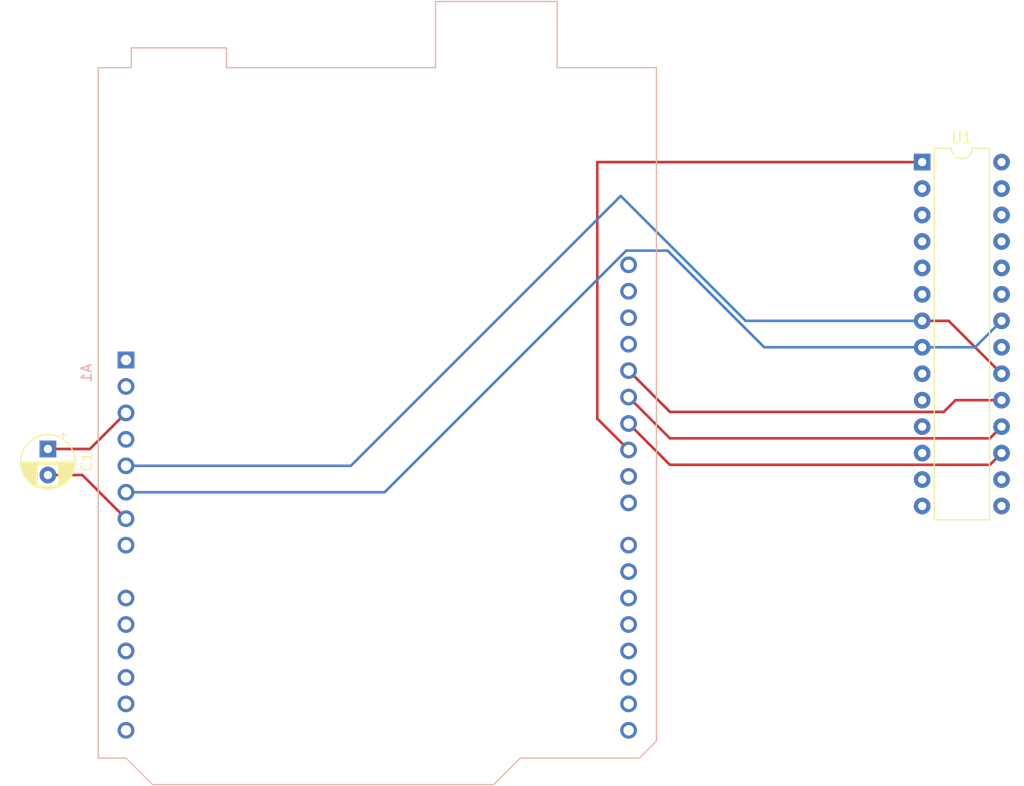
<source format=kicad_pcb>
(kicad_pcb (version 20211014) (generator pcbnew)
  (layers (0 "F.Cu" signal) (31 "B.Cu" signal) (34 "B.Paste" user) (35 "F.Paste" user) (36 "B.SilkS" user "B.Silkscreen") (37 "F.SilkS" user "F.Silkscreen") (38 "B.Mask" user) (39 "F.Mask" user) (44 "Edge.Cuts" user))
  (net 0 "")
  (net 30 "Net-(U1-Pad22)")
  (net 46 "Net-(A1-Pad3)")
  (net 47 "Net-(U1-Pad20)")
  (net 48 "Net-(A1-Pad7)")
  (net 49 "Net-(U1-Pad1)")
  (net 50 "Net-(A1-Pad26)")
  (net 51 "Net-(U1-Pad18)")
  (net 52 "Net-(U1-Pad19)")
  (footprint "Capacitor_THT:CP_Radial_D5.0mm_P2.50mm" (layer "F.Cu") (at 171.75 68.044887 -90)
    (fp_text reference "C1" (at 1.25 -3.75 90) (layer "F.SilkS"))
    (fp_text value "C_Polarized_Small")
    (fp_line (start 3.491 -1.319) (end 3.491 -1.04) (layer "F.SilkS") (width 0.12))
    (fp_line (start 2.771 1.04) (end 2.771 2.095) (layer "F.SilkS") (width 0.12))
    (fp_line (start 3.251 1.04) (end 3.251 1.653) (layer "F.SilkS") (width 0.12))
    (fp_line (start 3.611 -1.098) (end 3.611 1.098) (layer "F.SilkS") (width 0.12))
    (fp_line (start 1.81 1.04) (end 1.81 2.52) (layer "F.SilkS") (width 0.12))
    (fp_line (start 3.171 -1.743) (end 3.171 -1.04) (layer "F.SilkS") (width 0.12))
    (fp_line (start 2.571 1.04) (end 2.571 2.224) (layer "F.SilkS") (width 0.12))
    (fp_line (start 2.971 -1.937) (end 2.971 -1.04) (layer "F.SilkS") (width 0.12))
    (fp_line (start 3.531 -1.251) (end 3.531 -1.04) (layer "F.SilkS") (width 0.12))
    (fp_line (start 2.011 -2.468) (end 2.011 -1.04) (layer "F.SilkS") (width 0.12))
    (fp_line (start 2.731 -2.122) (end 2.731 -1.04) (layer "F.SilkS") (width 0.12))
    (fp_line (start 1.65 -2.55) (end 1.65 -1.04) (layer "F.SilkS") (width 0.12))
    (fp_line (start 3.211 1.04) (end 3.211 1.699) (layer "F.SilkS") (width 0.12))
    (fp_line (start 2.371 -2.329) (end 2.371 -1.04) (layer "F.SilkS") (width 0.12))
    (fp_line (start 1.53 1.04) (end 1.53 2.565) (layer "F.SilkS") (width 0.12))
    (fp_line (start 1.69 1.04) (end 1.69 2.543) (layer "F.SilkS") (width 0.12))
    (fp_line (start -1.304775 -1.725) (end -1.304775 -1.225) (layer "F.SilkS") (width 0.12))
    (fp_line (start 3.011 -1.901) (end 3.011 -1.04) (layer "F.SilkS") (width 0.12))
    (fp_line (start 3.011 1.04) (end 3.011 1.901) (layer "F.SilkS") (width 0.12))
    (fp_line (start 2.091 1.04) (end 2.091 2.442) (layer "F.SilkS") (width 0.12))
    (fp_line (start 2.131 -2.428) (end 2.131 -1.04) (layer "F.SilkS") (width 0.12))
    (fp_line (start 1.77 -2.528) (end 1.77 -1.04) (layer "F.SilkS") (width 0.12))
    (fp_line (start 1.57 1.04) (end 1.57 2.561) (layer "F.SilkS") (width 0.12))
    (fp_line (start 2.931 1.04) (end 2.931 1.971) (layer "F.SilkS") (width 0.12))
    (fp_line (start 3.291 1.04) (end 3.291 1.605) (layer "F.SilkS") (width 0.12))
    (fp_line (start 1.65 1.04) (end 1.65 2.55) (layer "F.SilkS") (width 0.12))
    (fp_line (start 2.491 1.04) (end 2.491 2.268) (layer "F.SilkS") (width 0.12))
    (fp_line (start 2.051 -2.455) (end 2.051 -1.04) (layer "F.SilkS") (width 0.12))
    (fp_line (start 1.971 -2.48) (end 1.971 -1.04) (layer "F.SilkS") (width 0.12))
    (fp_line (start 2.531 -2.247) (end 2.531 -1.04) (layer "F.SilkS") (width 0.12))
    (fp_line (start 2.331 -2.348) (end 2.331 -1.04) (layer "F.SilkS") (width 0.12))
    (fp_line (start 1.85 1.04) (end 1.85 2.511) (layer "F.SilkS") (width 0.12))
    (fp_line (start 2.171 -2.414) (end 2.171 -1.04) (layer "F.SilkS") (width 0.12))
    (fp_line (start 2.611 1.04) (end 2.611 2.2) (layer "F.SilkS") (width 0.12))
    (fp_line (start 1.53 -2.565) (end 1.53 -1.04) (layer "F.SilkS") (width 0.12))
    (fp_line (start 3.691 -0.915) (end 3.691 0.915) (layer "F.SilkS") (width 0.12))
    (fp_line (start 3.451 1.04) (end 3.451 1.383) (layer "F.SilkS") (width 0.12))
    (fp_line (start 2.891 -2.004) (end 2.891 -1.04) (layer "F.SilkS") (width 0.12))
    (fp_line (start 2.171 1.04) (end 2.171 2.414) (layer "F.SilkS") (width 0.12))
    (fp_line (start 1.971 1.04) (end 1.971 2.48) (layer "F.SilkS") (width 0.12))
    (fp_line (start 2.211 -2.398) (end 2.211 -1.04) (layer "F.SilkS") (width 0.12))
    (fp_line (start 3.091 1.04) (end 3.091 1.826) (layer "F.SilkS") (width 0.12))
    (fp_line (start 2.811 -2.065) (end 2.811 -1.04) (layer "F.SilkS") (width 0.12))
    (fp_line (start 2.851 -2.035) (end 2.851 -1.04) (layer "F.SilkS") (width 0.12))
    (fp_line (start 2.491 -2.268) (end 2.491 -1.04) (layer "F.SilkS") (width 0.12))
    (fp_line (start 1.25 -2.58) (end 1.25 2.58) (layer "F.SilkS") (width 0.12))
    (fp_line (start 2.691 1.04) (end 2.691 2.149) (layer "F.SilkS") (width 0.12))
    (fp_line (start 3.171 1.04) (end 3.171 1.743) (layer "F.SilkS") (width 0.12))
    (fp_line (start 3.531 1.04) (end 3.531 1.251) (layer "F.SilkS") (width 0.12))
    (fp_line (start 2.531 1.04) (end 2.531 2.247) (layer "F.SilkS") (width 0.12))
    (fp_line (start 1.85 -2.511) (end 1.85 -1.04) (layer "F.SilkS") (width 0.12))
    (fp_line (start 3.851 -0.284) (end 3.851 0.284) (layer "F.SilkS") (width 0.12))
    (fp_line (start 1.49 1.04) (end 1.49 2.569) (layer "F.SilkS") (width 0.12))
    (fp_line (start 2.451 -2.29) (end 2.451 -1.04) (layer "F.SilkS") (width 0.12))
    (fp_line (start 2.851 1.04) (end 2.851 2.035) (layer "F.SilkS") (width 0.12))
    (fp_line (start 2.691 -2.149) (end 2.691 -1.04) (layer "F.SilkS") (width 0.12))
    (fp_line (start 3.411 1.04) (end 3.411 1.443) (layer "F.SilkS") (width 0.12))
    (fp_line (start 3.211 -1.699) (end 3.211 -1.04) (layer "F.SilkS") (width 0.12))
    (fp_line (start 1.93 1.04) (end 1.93 2.491) (layer "F.SilkS") (width 0.12))
    (fp_line (start 3.651 -1.011) (end 3.651 1.011) (layer "F.SilkS") (width 0.12))
    (fp_line (start 2.131 1.04) (end 2.131 2.428) (layer "F.SilkS") (width 0.12))
    (fp_line (start 1.57 -2.561) (end 1.57 -1.04) (layer "F.SilkS") (width 0.12))
    (fp_line (start 1.29 -2.58) (end 1.29 2.58) (layer "F.SilkS") (width 0.12))
    (fp_line (start 1.69 -2.543) (end 1.69 -1.04) (layer "F.SilkS") (width 0.12))
    (fp_line (start 2.891 1.04) (end 2.891 2.004) (layer "F.SilkS") (width 0.12))
    (fp_line (start 2.411 -2.31) (end 2.411 -1.04) (layer "F.SilkS") (width 0.12))
    (fp_line (start 2.971 1.04) (end 2.971 1.937) (layer "F.SilkS") (width 0.12))
    (fp_line (start 3.131 1.04) (end 3.131 1.785) (layer "F.SilkS") (width 0.12))
    (fp_line (start 2.771 -2.095) (end 2.771 -1.04) (layer "F.SilkS") (width 0.12))
    (fp_line (start 3.411 -1.443) (end 3.411 -1.04) (layer "F.SilkS") (width 0.12))
    (fp_line (start 3.131 -1.785) (end 3.131 -1.04) (layer "F.SilkS") (width 0.12))
    (fp_line (start 3.731 -0.805) (end 3.731 0.805) (layer "F.SilkS") (width 0.12))
    (fp_line (start 1.41 -2.576) (end 1.41 2.576) (layer "F.SilkS") (width 0.12))
    (fp_line (start -1.554775 -1.475) (end -1.054775 -1.475) (layer "F.SilkS") (width 0.12))
    (fp_line (start 2.651 1.04) (end 2.651 2.175) (layer "F.SilkS") (width 0.12))
    (fp_line (start 2.251 -2.382) (end 2.251 -1.04) (layer "F.SilkS") (width 0.12))
    (fp_line (start 2.451 1.04) (end 2.451 2.29) (layer "F.SilkS") (width 0.12))
    (fp_line (start 2.331 1.04) (end 2.331 2.348) (layer "F.SilkS") (width 0.12))
    (fp_line (start 2.051 1.04) (end 2.051 2.455) (layer "F.SilkS") (width 0.12))
    (fp_line (start 3.451 -1.383) (end 3.451 -1.04) (layer "F.SilkS") (width 0.12))
    (fp_line (start 1.93 -2.491) (end 1.93 -1.04) (layer "F.SilkS") (width 0.12))
    (fp_line (start 3.251 -1.653) (end 3.251 -1.04) (layer "F.SilkS") (width 0.12))
    (fp_line (start 1.89 1.04) (end 1.89 2.501) (layer "F.SilkS") (width 0.12))
    (fp_line (start 3.051 1.04) (end 3.051 1.864) (layer "F.SilkS") (width 0.12))
    (fp_line (start 2.371 1.04) (end 2.371 2.329) (layer "F.SilkS") (width 0.12))
    (fp_line (start 2.211 1.04) (end 2.211 2.398) (layer "F.SilkS") (width 0.12))
    (fp_line (start 1.37 -2.578) (end 1.37 2.578) (layer "F.SilkS") (width 0.12))
    (fp_line (start 1.81 -2.52) (end 1.81 -1.04) (layer "F.SilkS") (width 0.12))
    (fp_line (start 2.731 1.04) (end 2.731 2.122) (layer "F.SilkS") (width 0.12))
    (fp_line (start 3.771 -0.677) (end 3.771 0.677) (layer "F.SilkS") (width 0.12))
    (fp_line (start 2.291 1.04) (end 2.291 2.365) (layer "F.SilkS") (width 0.12))
    (fp_line (start 1.89 -2.501) (end 1.89 -1.04) (layer "F.SilkS") (width 0.12))
    (fp_line (start 1.77 1.04) (end 1.77 2.528) (layer "F.SilkS") (width 0.12))
    (fp_line (start 1.49 -2.569) (end 1.49 -1.04) (layer "F.SilkS") (width 0.12))
    (fp_line (start 1.73 -2.536) (end 1.73 -1.04) (layer "F.SilkS") (width 0.12))
    (fp_line (start 1.33 -2.579) (end 1.33 2.579) (layer "F.SilkS") (width 0.12))
    (fp_line (start 2.091 -2.442) (end 2.091 -1.04) (layer "F.SilkS") (width 0.12))
    (fp_line (start 3.811 -0.518) (end 3.811 0.518) (layer "F.SilkS") (width 0.12))
    (fp_line (start 1.45 -2.573) (end 1.45 2.573) (layer "F.SilkS") (width 0.12))
    (fp_line (start 1.73 1.04) (end 1.73 2.536) (layer "F.SilkS") (width 0.12))
    (fp_line (start 3.571 -1.178) (end 3.571 1.178) (layer "F.SilkS") (width 0.12))
    (fp_line (start 3.371 -1.5) (end 3.371 -1.04) (layer "F.SilkS") (width 0.12))
    (fp_line (start 2.931 -1.971) (end 2.931 -1.04) (layer "F.SilkS") (width 0.12))
    (fp_line (start 2.811 1.04) (end 2.811 2.065) (layer "F.SilkS") (width 0.12))
    (fp_line (start 2.251 1.04) (end 2.251 2.382) (layer "F.SilkS") (width 0.12))
    (fp_line (start 3.371 1.04) (end 3.371 1.5) (layer "F.SilkS") (width 0.12))
    (fp_line (start 3.491 1.04) (end 3.491 1.319) (layer "F.SilkS") (width 0.12))
    (fp_line (start 1.61 -2.556) (end 1.61 -1.04) (layer "F.SilkS") (width 0.12))
    (fp_line (start 3.091 -1.826) (end 3.091 -1.04) (layer "F.SilkS") (width 0.12))
    (fp_line (start 2.571 -2.224) (end 2.571 -1.04) (layer "F.SilkS") (width 0.12))
    (fp_line (start 2.291 -2.365) (end 2.291 -1.04) (layer "F.SilkS") (width 0.12))
    (fp_line (start 2.011 1.04) (end 2.011 2.468) (layer "F.SilkS") (width 0.12))
    (fp_line (start 3.051 -1.864) (end 3.051 -1.04) (layer "F.SilkS") (width 0.12))
    (fp_line (start 3.291 -1.605) (end 3.291 -1.04) (layer "F.SilkS") (width 0.12))
    (fp_line (start 2.411 1.04) (end 2.411 2.31) (layer "F.SilkS") (width 0.12))
    (fp_line (start 3.331 -1.554) (end 3.331 -1.04) (layer "F.SilkS") (width 0.12))
    (fp_line (start 3.331 1.04) (end 3.331 1.554) (layer "F.SilkS") (width 0.12))
    (fp_line (start 1.61 1.04) (end 1.61 2.556) (layer "F.SilkS") (width 0.12))
    (fp_line (start 2.611 -2.2) (end 2.611 -1.04) (layer "F.SilkS") (width 0.12))
    (fp_line (start 2.651 -2.175) (end 2.651 -1.04) (layer "F.SilkS") (width 0.12))
    (fp_circle (center 1.25 0) (end 3.87 0) (layer "F.SilkS") (width 0.12) (fill none))
    (pad "1" thru_hole rect (at 0 0 270) (size 1.6 1.6) (drill 0.8) (layers *.Cu *.Mask) (net 46 "Net-(A1-Pad3)"))
    (pad "2" thru_hole circle (at 2.5 0 270) (size 1.6 1.6) (drill 0.8) (layers *.Cu *.Mask) (net 48 "Net-(A1-Pad7)"))
  )
  (footprint "Package_DIP:DIP-28_W7.62mm" (layer "F.Cu") (at 255.7 40.5)
    (fp_text reference "U1" (at 3.81 -2.33) (layer "F.SilkS"))
    (fp_text value "ATmega328P-P")
    (fp_line (start 2.81 -1.33) (end 1.16 -1.33) (layer "F.SilkS") (width 0.12))
    (fp_line (start 6.46 -1.33) (end 4.81 -1.33) (layer "F.SilkS") (width 0.12))
    (fp_line (start 1.16 34.35) (end 6.46 34.35) (layer "F.SilkS") (width 0.12))
    (fp_line (start 6.46 34.35) (end 6.46 -1.33) (layer "F.SilkS") (width 0.12))
    (fp_line (start 1.16 -1.33) (end 1.16 34.35) (layer "F.SilkS") (width 0.12))
    (fp_arc (start 4.81 -1.33) (mid 3.81 -0.33) (end 2.81 -1.33) (layer "F.SilkS") (width 0.12))
    (pad "1" thru_hole rect (at 0 0) (size 1.6 1.6) (drill 0.8) (layers *.Cu *.Mask) (net 49 "Net-(U1-Pad1)"))
    (pad "2" thru_hole oval (at 0 2.54) (size 1.6 1.6) (drill 0.8) (layers *.Cu *.Mask))
    (pad "3" thru_hole oval (at 0 5.08) (size 1.6 1.6) (drill 0.8) (layers *.Cu *.Mask))
    (pad "4" thru_hole oval (at 0 7.62) (size 1.6 1.6) (drill 0.8) (layers *.Cu *.Mask))
    (pad "5" thru_hole oval (at 0 10.16) (size 1.6 1.6) (drill 0.8) (layers *.Cu *.Mask))
    (pad "6" thru_hole oval (at 0 12.7) (size 1.6 1.6) (drill 0.8) (layers *.Cu *.Mask))
    (pad "7" thru_hole oval (at 0 15.24) (size 1.6 1.6) (drill 0.8) (layers *.Cu *.Mask) (net 47 "Net-(U1-Pad20)"))
    (pad "8" thru_hole oval (at 0 17.78) (size 1.6 1.6) (drill 0.8) (layers *.Cu *.Mask) (net 30 "Net-(U1-Pad22)"))
    (pad "9" thru_hole oval (at 0 20.32) (size 1.6 1.6) (drill 0.8) (layers *.Cu *.Mask))
    (pad "10" thru_hole oval (at 0 22.86) (size 1.6 1.6) (drill 0.8) (layers *.Cu *.Mask))
    (pad "11" thru_hole oval (at 0 25.4) (size 1.6 1.6) (drill 0.8) (layers *.Cu *.Mask))
    (pad "12" thru_hole oval (at 0 27.94) (size 1.6 1.6) (drill 0.8) (layers *.Cu *.Mask))
    (pad "13" thru_hole oval (at 0 30.48) (size 1.6 1.6) (drill 0.8) (layers *.Cu *.Mask))
    (pad "14" thru_hole oval (at 0 33.02) (size 1.6 1.6) (drill 0.8) (layers *.Cu *.Mask))
    (pad "15" thru_hole oval (at 7.62 33.02) (size 1.6 1.6) (drill 0.8) (layers *.Cu *.Mask))
    (pad "16" thru_hole oval (at 7.62 30.48) (size 1.6 1.6) (drill 0.8) (layers *.Cu *.Mask))
    (pad "17" thru_hole oval (at 7.62 27.94) (size 1.6 1.6) (drill 0.8) (layers *.Cu *.Mask) (net 50 "Net-(A1-Pad26)"))
    (pad "18" thru_hole oval (at 7.62 25.4) (size 1.6 1.6) (drill 0.8) (layers *.Cu *.Mask) (net 51 "Net-(U1-Pad18)"))
    (pad "19" thru_hole oval (at 7.62 22.86) (size 1.6 1.6) (drill 0.8) (layers *.Cu *.Mask) (net 52 "Net-(U1-Pad19)"))
    (pad "20" thru_hole oval (at 7.62 20.32) (size 1.6 1.6) (drill 0.8) (layers *.Cu *.Mask) (net 47 "Net-(U1-Pad20)"))
    (pad "21" thru_hole oval (at 7.62 17.78) (size 1.6 1.6) (drill 0.8) (layers *.Cu *.Mask))
    (pad "22" thru_hole oval (at 7.62 15.24) (size 1.6 1.6) (drill 0.8) (layers *.Cu *.Mask) (net 30 "Net-(U1-Pad22)"))
    (pad "23" thru_hole oval (at 7.62 12.7) (size 1.6 1.6) (drill 0.8) (layers *.Cu *.Mask))
    (pad "24" thru_hole oval (at 7.62 10.16) (size 1.6 1.6) (drill 0.8) (layers *.Cu *.Mask))
    (pad "25" thru_hole oval (at 7.62 7.62) (size 1.6 1.6) (drill 0.8) (layers *.Cu *.Mask))
    (pad "26" thru_hole oval (at 7.62 5.08) (size 1.6 1.6) (drill 0.8) (layers *.Cu *.Mask))
    (pad "27" thru_hole oval (at 7.62 2.54) (size 1.6 1.6) (drill 0.8) (layers *.Cu *.Mask))
    (pad "28" thru_hole oval (at 7.62 0) (size 1.6 1.6) (drill 0.8) (layers *.Cu *.Mask))
  )
  (footprint "Module:Arduino_UNO_R3" (layer "B.Cu") (at 179.25 59.5 -90)
    (fp_text reference "A1" (at 1.27 3.81 90) (layer "B.SilkS") (effects (justify mirror)))
    (fp_text value "Arduino_UNO_R3")
    (fp_line (start -29.97 -9.65) (end -28.07 -9.65) (layer "B.SilkS") (width 0.12))
    (fp_line (start 38.23 0) (end 38.23 2.67) (layer "B.SilkS") (width 0.12))
    (fp_line (start 38.23 -37.85) (end 40.77 -35.31) (layer "B.SilkS") (width 0.12))
    (fp_line (start 38.23 2.67) (end -28.07 2.67) (layer "B.SilkS") (width 0.12))
    (fp_line (start -28.07 -41.4) (end -28.07 -50.93) (layer "B.SilkS") (width 0.12))
    (fp_line (start 40.77 -35.31) (end 40.77 -2.54) (layer "B.SilkS") (width 0.12))
    (fp_line (start -28.07 -9.65) (end -28.07 -29.72) (layer "B.SilkS") (width 0.12))
    (fp_line (start 36.58 -50.93) (end 38.23 -49.28) (layer "B.SilkS") (width 0.12))
    (fp_line (start -28.07 -0.51) (end -29.97 -0.51) (layer "B.SilkS") (width 0.12))
    (fp_line (start -34.42 -41.4) (end -28.07 -41.4) (layer "B.SilkS") (width 0.12))
    (fp_line (start 38.23 -49.28) (end 38.23 -37.85) (layer "B.SilkS") (width 0.12))
    (fp_line (start -28.07 -29.72) (end -34.42 -29.72) (layer "B.SilkS") (width 0.12))
    (fp_line (start -34.42 -29.72) (end -34.42 -41.4) (layer "B.SilkS") (width 0.12))
    (fp_line (start -28.07 -50.93) (end 36.58 -50.93) (layer "B.SilkS") (width 0.12))
    (fp_line (start 40.77 -2.54) (end 38.23 0) (layer "B.SilkS") (width 0.12))
    (fp_line (start -29.97 -0.51) (end -29.97 -9.65) (layer "B.SilkS") (width 0.12))
    (fp_line (start -28.07 2.67) (end -28.07 -0.51) (layer "B.SilkS") (width 0.12))
    (pad "1" thru_hole rect (at 0 0 180) (size 1.6 1.6) (drill 1) (layers *.Cu *.Mask))
    (pad "2" thru_hole oval (at 2.54 0 180) (size 1.6 1.6) (drill 1) (layers *.Cu *.Mask))
    (pad "3" thru_hole oval (at 5.08 0 180) (size 1.6 1.6) (drill 1) (layers *.Cu *.Mask) (net 46 "Net-(A1-Pad3)"))
    (pad "4" thru_hole oval (at 7.62 0 180) (size 1.6 1.6) (drill 1) (layers *.Cu *.Mask))
    (pad "5" thru_hole oval (at 10.16 0 180) (size 1.6 1.6) (drill 1) (layers *.Cu *.Mask) (net 47 "Net-(U1-Pad20)"))
    (pad "6" thru_hole oval (at 12.7 0 180) (size 1.6 1.6) (drill 1) (layers *.Cu *.Mask) (net 30 "Net-(U1-Pad22)"))
    (pad "7" thru_hole oval (at 15.24 0 180) (size 1.6 1.6) (drill 1) (layers *.Cu *.Mask) (net 48 "Net-(A1-Pad7)"))
    (pad "8" thru_hole oval (at 17.78 0 180) (size 1.6 1.6) (drill 1) (layers *.Cu *.Mask))
    (pad "9" thru_hole oval (at 22.86 0 180) (size 1.6 1.6) (drill 1) (layers *.Cu *.Mask))
    (pad "10" thru_hole oval (at 25.4 0 180) (size 1.6 1.6) (drill 1) (layers *.Cu *.Mask))
    (pad "11" thru_hole oval (at 27.94 0 180) (size 1.6 1.6) (drill 1) (layers *.Cu *.Mask))
    (pad "12" thru_hole oval (at 30.48 0 180) (size 1.6 1.6) (drill 1) (layers *.Cu *.Mask))
    (pad "13" thru_hole oval (at 33.02 0 180) (size 1.6 1.6) (drill 1) (layers *.Cu *.Mask))
    (pad "14" thru_hole oval (at 35.56 0 180) (size 1.6 1.6) (drill 1) (layers *.Cu *.Mask))
    (pad "15" thru_hole oval (at 35.56 -48.26 180) (size 1.6 1.6) (drill 1) (layers *.Cu *.Mask))
    (pad "16" thru_hole oval (at 33.02 -48.26 180) (size 1.6 1.6) (drill 1) (layers *.Cu *.Mask))
    (pad "17" thru_hole oval (at 30.48 -48.26 180) (size 1.6 1.6) (drill 1) (layers *.Cu *.Mask))
    (pad "18" thru_hole oval (at 27.94 -48.26 180) (size 1.6 1.6) (drill 1) (layers *.Cu *.Mask))
    (pad "19" thru_hole oval (at 25.4 -48.26 180) (size 1.6 1.6) (drill 1) (layers *.Cu *.Mask))
    (pad "20" thru_hole oval (at 22.86 -48.26 180) (size 1.6 1.6) (drill 1) (layers *.Cu *.Mask))
    (pad "21" thru_hole oval (at 20.32 -48.26 180) (size 1.6 1.6) (drill 1) (layers *.Cu *.Mask))
    (pad "22" thru_hole oval (at 17.78 -48.26 180) (size 1.6 1.6) (drill 1) (layers *.Cu *.Mask))
    (pad "23" thru_hole oval (at 13.72 -48.26 180) (size 1.6 1.6) (drill 1) (layers *.Cu *.Mask))
    (pad "24" thru_hole oval (at 11.18 -48.26 180) (size 1.6 1.6) (drill 1) (layers *.Cu *.Mask))
    (pad "25" thru_hole oval (at 8.64 -48.26 180) (size 1.6 1.6) (drill 1) (layers *.Cu *.Mask) (net 49 "Net-(U1-Pad1)"))
    (pad "26" thru_hole oval (at 6.1 -48.26 180) (size 1.6 1.6) (drill 1) (layers *.Cu *.Mask) (net 50 "Net-(A1-Pad26)"))
    (pad "27" thru_hole oval (at 3.56 -48.26 180) (size 1.6 1.6) (drill 1) (layers *.Cu *.Mask) (net 51 "Net-(U1-Pad18)"))
    (pad "28" thru_hole oval (at 1.02 -48.26 180) (size 1.6 1.6) (drill 1) (layers *.Cu *.Mask) (net 52 "Net-(U1-Pad19)"))
    (pad "29" thru_hole oval (at -1.52 -48.26 180) (size 1.6 1.6) (drill 1) (layers *.Cu *.Mask))
    (pad "30" thru_hole oval (at -4.06 -48.26 180) (size 1.6 1.6) (drill 1) (layers *.Cu *.Mask))
    (pad "31" thru_hole oval (at -6.6 -48.26 180) (size 1.6 1.6) (drill 1) (layers *.Cu *.Mask))
    (pad "32" thru_hole oval (at -9.14 -48.26 180) (size 1.6 1.6) (drill 1) (layers *.Cu *.Mask))
  )
  (segment (start 179.25 72.2) (end 204.0797 72.2) (width 0.25) (layer "B.Cu") (net 30))
  (segment (start 260.78 58.28) (end 263.32 55.74) (width 0.25) (layer "B.Cu") (net 30))
  (segment (start 204.0797 72.2) (end 227.2797 49) (width 0.25) (layer "B.Cu") (net 30))
  (segment (start 240.53 58.28) (end 255.7 58.28) (width 0.25) (layer "B.Cu") (net 30))
  (segment (start 255.7 58.28) (end 260.78 58.28) (width 0.25) (layer "B.Cu") (net 30))
  (segment (start 227.2797 49) (end 231.25 49) (width 0.25) (layer "B.Cu") (net 30))
  (segment (start 231.25 49) (end 240.53 58.28) (width 0.25) (layer "B.Cu") (net 30))
  (segment (start 171.75 68.044887) (end 175.785113 68.044887) (width 0.25) (layer "F.Cu") (net 46))
  (segment (start 175.785113 68.044887) (end 179.25 64.58) (width 0.25) (layer "F.Cu") (net 46))
  (segment (start 258.24 55.74) (end 263.32 60.82) (width 0.25) (layer "F.Cu") (net 47))
  (segment (start 255.7 55.74) (end 258.24 55.74) (width 0.25) (layer "F.Cu") (net 47))
  (segment (start 179.25 69.66) (end 200.84 69.66) (width 0.25) (layer "B.Cu") (net 47))
  (segment (start 238.74 55.74) (end 255.7 55.74) (width 0.25) (layer "B.Cu") (net 47))
  (segment (start 200.84 69.66) (end 226.75 43.75) (width 0.25) (layer "B.Cu") (net 47))
  (segment (start 226.75 43.75) (end 238.74 55.74) (width 0.25) (layer "B.Cu") (net 47))
  (segment (start 171.75 70.544887) (end 175.054887 70.544887) (width 0.25) (layer "F.Cu") (net 48))
  (segment (start 175.054887 70.544887) (end 179.25 74.74) (width 0.25) (layer "F.Cu") (net 48))
  (segment (start 227.51 68.14) (end 224.5 65.13) (width 0.25) (layer "F.Cu") (net 49))
  (segment (start 224.5 40.5) (end 255.7 40.5) (width 0.25) (layer "F.Cu") (net 49))
  (segment (start 224.5 65.13) (end 224.5 40.5) (width 0.25) (layer "F.Cu") (net 49))
  (segment (start 262.195489 69.564511) (end 263.32 68.44) (width 0.25) (layer "F.Cu") (net 50))
  (segment (start 227.51 65.6) (end 231.474511 69.564511) (width 0.25) (layer "F.Cu") (net 50))
  (segment (start 231.474511 69.564511) (end 262.195489 69.564511) (width 0.25) (layer "F.Cu") (net 50))
  (segment (start 227.51 63.06) (end 231.474511 67.024511) (width 0.25) (layer "F.Cu") (net 51))
  (segment (start 231.474511 67.024511) (end 262.195489 67.024511) (width 0.25) (layer "F.Cu") (net 51))
  (segment (start 262.195489 67.024511) (end 263.32 65.9) (width 0.25) (layer "F.Cu") (net 51))
  (segment (start 257.75 64.5) (end 258.89 63.36) (width 0.25) (layer "F.Cu") (net 52))
  (segment (start 227.51 60.52) (end 231.474511 64.484511) (width 0.25) (layer "F.Cu") (net 52))
  (segment (start 257.734511 64.484511) (end 257.75 64.5) (width 0.25) (layer "F.Cu") (net 52))
  (segment (start 258.89 63.36) (end 263.32 63.36) (width 0.25) (layer "F.Cu") (net 52))
  (segment (start 231.474511 64.484511) (end 257.734511 64.484511) (width 0.25) (layer "F.Cu") (net 52))
)
</source>
